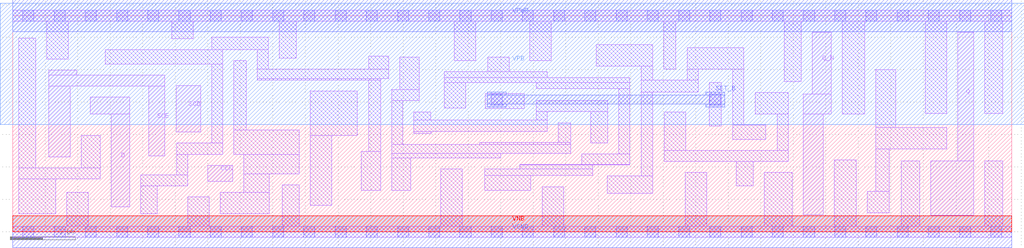
<source format=lef>
# Copyright 2020 The SkyWater PDK Authors
#
# Licensed under the Apache License, Version 2.0 (the "License");
# you may not use this file except in compliance with the License.
# You may obtain a copy of the License at
#
#     https://www.apache.org/licenses/LICENSE-2.0
#
# Unless required by applicable law or agreed to in writing, software
# distributed under the License is distributed on an "AS IS" BASIS,
# WITHOUT WARRANTIES OR CONDITIONS OF ANY KIND, either express or implied.
# See the License for the specific language governing permissions and
# limitations under the License.
#
# SPDX-License-Identifier: Apache-2.0

VERSION 5.7 ;
  NOWIREEXTENSIONATPIN ON ;
  DIVIDERCHAR "/" ;
  BUSBITCHARS "[]" ;
MACRO sky130_fd_sc_lp__sdfsbp_2
  CLASS CORE ;
  FOREIGN sky130_fd_sc_lp__sdfsbp_2 ;
  ORIGIN  0.000000  0.000000 ;
  SIZE  15.36000 BY  3.330000 ;
  SYMMETRY X Y R90 ;
  SITE unit ;
  PIN D
    ANTENNAGATEAREA  0.159000 ;
    DIRECTION INPUT ;
    USE SIGNAL ;
    PORT
      LAYER li1 ;
        RECT 1.190000 1.815000 1.800000 2.075000 ;
        RECT 1.515000 0.385000 1.800000 1.815000 ;
    END
  END D
  PIN Q
    ANTENNADIFFAREA  0.898800 ;
    DIRECTION OUTPUT ;
    USE SIGNAL ;
    PORT
      LAYER li1 ;
        RECT 14.110000 0.255000 14.775000 1.095000 ;
        RECT 14.525000 1.095000 14.775000 3.075000 ;
    END
  END Q
  PIN Q_N
    ANTENNADIFFAREA  0.588000 ;
    DIRECTION OUTPUT ;
    USE SIGNAL ;
    PORT
      LAYER li1 ;
        RECT 12.155000 0.265000 12.460000 1.815000 ;
        RECT 12.155000 1.815000 12.585000 2.120000 ;
        RECT 12.290000 2.120000 12.585000 3.075000 ;
    END
  END Q_N
  PIN SCD
    ANTENNAGATEAREA  0.159000 ;
    DIRECTION INPUT ;
    USE SIGNAL ;
    PORT
      LAYER li1 ;
        RECT 2.510000 1.535000 2.890000 2.250000 ;
    END
  END SCD
  PIN SCE
    ANTENNAGATEAREA  0.318000 ;
    DIRECTION INPUT ;
    USE SIGNAL ;
    PORT
      LAYER li1 ;
        RECT 0.555000 1.155000 0.885000 2.245000 ;
        RECT 0.555000 2.245000 2.340000 2.415000 ;
        RECT 0.555000 2.415000 0.985000 2.490000 ;
        RECT 2.090000 1.165000 2.340000 2.245000 ;
    END
  END SCE
  PIN SET_B
    ANTENNAGATEAREA  0.252000 ;
    DIRECTION INPUT ;
    USE SIGNAL ;
    PORT
      LAYER met1 ;
        RECT  7.295000 1.920000  7.585000 1.965000 ;
        RECT  7.295000 1.965000 10.945000 2.105000 ;
        RECT  7.295000 2.105000  7.585000 2.150000 ;
        RECT 10.655000 1.920000 10.945000 1.965000 ;
        RECT 10.655000 2.105000 10.945000 2.150000 ;
    END
  END SET_B
  PIN CLK
    ANTENNAGATEAREA  0.159000 ;
    DIRECTION INPUT ;
    USE CLOCK ;
    PORT
      LAYER li1 ;
        RECT 2.995000 0.775000 3.380000 1.025000 ;
    END
  END CLK
  PIN VGND
    DIRECTION INOUT ;
    USE GROUND ;
    PORT
      LAYER met1 ;
        RECT 0.000000 -0.245000 15.360000 0.245000 ;
    END
  END VGND
  PIN VNB
    DIRECTION INOUT ;
    USE GROUND ;
    PORT
      LAYER pwell ;
        RECT 0.000000 0.000000 15.360000 0.245000 ;
    END
  END VNB
  PIN VPB
    DIRECTION INOUT ;
    USE POWER ;
    PORT
      LAYER nwell ;
        RECT -0.190000 1.655000 15.550000 3.520000 ;
    END
  END VPB
  PIN VPWR
    DIRECTION INOUT ;
    USE POWER ;
    PORT
      LAYER met1 ;
        RECT 0.000000 3.085000 15.360000 3.575000 ;
    END
  END VPWR
  OBS
    LAYER li1 ;
      RECT  0.000000 -0.085000 15.360000 0.085000 ;
      RECT  0.000000  3.245000 15.360000 3.415000 ;
      RECT  0.095000  0.275000  0.660000 0.815000 ;
      RECT  0.095000  0.815000  1.345000 0.985000 ;
      RECT  0.095000  0.985000  0.355000 2.985000 ;
      RECT  0.525000  2.660000  0.855000 3.245000 ;
      RECT  0.830000  0.085000  1.160000 0.605000 ;
      RECT  1.055000  0.985000  1.345000 1.485000 ;
      RECT  1.425000  2.585000  3.230000 2.805000 ;
      RECT  1.970000  0.280000  2.220000 0.705000 ;
      RECT  1.970000  0.705000  2.690000 0.875000 ;
      RECT  2.445000  2.975000  2.775000 3.245000 ;
      RECT  2.520000  0.875000  2.690000 1.195000 ;
      RECT  2.520000  1.195000  3.230000 1.365000 ;
      RECT  2.690000  0.085000  3.020000 0.535000 ;
      RECT  3.060000  1.365000  3.230000 2.585000 ;
      RECT  3.060000  2.805000  3.930000 2.995000 ;
      RECT  3.190000  0.275000  3.940000 0.605000 ;
      RECT  3.400000  1.195000  4.405000 1.565000 ;
      RECT  3.400000  1.565000  3.590000 2.635000 ;
      RECT  3.550000  0.605000  3.940000 0.895000 ;
      RECT  3.550000  0.895000  4.405000 1.195000 ;
      RECT  3.760000  2.335000  5.655000 2.360000 ;
      RECT  3.760000  2.360000  5.780000 2.505000 ;
      RECT  3.760000  2.505000  3.930000 2.805000 ;
      RECT  4.100000  2.675000  4.360000 3.245000 ;
      RECT  4.145000  0.085000  4.405000 0.725000 ;
      RECT  4.575000  0.410000  4.905000 1.485000 ;
      RECT  4.575000  1.485000  5.295000 2.165000 ;
      RECT  5.360000  0.640000  5.655000 1.235000 ;
      RECT  5.475000  1.235000  5.655000 2.335000 ;
      RECT  5.475000  2.505000  5.780000 2.705000 ;
      RECT  5.825000  0.640000  6.120000 1.140000 ;
      RECT  5.825000  1.140000  7.505000 1.205000 ;
      RECT  5.825000  1.205000  8.575000 1.345000 ;
      RECT  5.825000  1.345000  5.995000 2.020000 ;
      RECT  5.825000  2.020000  6.250000 2.190000 ;
      RECT  5.950000  2.190000  6.250000 2.690000 ;
      RECT  6.165000  1.515000  6.430000 1.545000 ;
      RECT  6.165000  1.545000  8.215000 1.725000 ;
      RECT  6.165000  1.725000  6.425000 1.845000 ;
      RECT  6.580000  0.085000  6.910000 0.970000 ;
      RECT  6.635000  1.905000  6.965000 2.300000 ;
      RECT  6.635000  2.300000  9.485000 2.375000 ;
      RECT  6.635000  2.375000  8.215000 2.470000 ;
      RECT  6.790000  2.640000  7.120000 3.245000 ;
      RECT  7.175000  1.345000  8.575000 1.375000 ;
      RECT  7.255000  0.640000  7.960000 0.865000 ;
      RECT  7.255000  0.865000  8.915000 0.970000 ;
      RECT  7.265000  1.895000  7.865000 2.130000 ;
      RECT  7.300000  2.470000  7.630000 2.690000 ;
      RECT  7.790000  0.970000  8.915000 1.030000 ;
      RECT  7.790000  1.030000  9.485000 1.035000 ;
      RECT  7.950000  2.640000  8.280000 3.245000 ;
      RECT  8.045000  1.725000  8.215000 1.855000 ;
      RECT  8.045000  1.855000  9.145000 2.025000 ;
      RECT  8.045000  2.205000  9.485000 2.300000 ;
      RECT  8.140000  0.085000  8.470000 0.695000 ;
      RECT  8.385000  1.375000  8.575000 1.675000 ;
      RECT  8.745000  1.035000  9.485000 1.200000 ;
      RECT  8.885000  1.370000  9.145000 1.855000 ;
      RECT  8.970000  2.555000  9.835000 2.885000 ;
      RECT  9.135000  0.590000  9.835000 0.860000 ;
      RECT  9.315000  1.200000  9.485000 2.205000 ;
      RECT  9.665000  0.860000  9.835000 2.155000 ;
      RECT  9.665000  2.155000 10.535000 2.335000 ;
      RECT  9.665000  2.335000  9.835000 2.555000 ;
      RECT 10.005000  2.505000 10.195000 3.245000 ;
      RECT 10.015000  1.085000 11.925000 1.255000 ;
      RECT 10.015000  1.255000 10.345000 1.845000 ;
      RECT 10.340000  0.085000 10.670000 0.915000 ;
      RECT 10.365000  2.335000 10.535000 2.505000 ;
      RECT 10.365000  2.505000 11.235000 2.835000 ;
      RECT 10.705000  1.630000 10.895000 2.300000 ;
      RECT 11.065000  1.425000 11.575000 1.645000 ;
      RECT 11.065000  1.645000 11.235000 2.505000 ;
      RECT 11.120000  0.710000 11.380000 1.085000 ;
      RECT 11.415000  1.815000 11.925000 2.145000 ;
      RECT 11.550000  0.085000 11.985000 0.915000 ;
      RECT 11.755000  1.255000 11.925000 1.815000 ;
      RECT 11.860000  2.315000 12.120000 3.245000 ;
      RECT 12.630000  0.085000 12.965000 1.105000 ;
      RECT 12.755000  1.815000 13.095000 3.245000 ;
      RECT 13.135000  0.290000 13.475000 0.620000 ;
      RECT 13.265000  0.620000 13.475000 1.275000 ;
      RECT 13.265000  1.275000 14.355000 1.605000 ;
      RECT 13.265000  1.605000 13.575000 2.495000 ;
      RECT 13.655000  0.085000 13.940000 1.095000 ;
      RECT 14.025000  1.820000 14.355000 3.245000 ;
      RECT 14.945000  0.085000 15.215000 1.095000 ;
      RECT 14.945000  1.820000 15.215000 3.245000 ;
    LAYER mcon ;
      RECT  0.155000 -0.085000  0.325000 0.085000 ;
      RECT  0.155000  3.245000  0.325000 3.415000 ;
      RECT  0.635000 -0.085000  0.805000 0.085000 ;
      RECT  0.635000  3.245000  0.805000 3.415000 ;
      RECT  1.115000 -0.085000  1.285000 0.085000 ;
      RECT  1.115000  3.245000  1.285000 3.415000 ;
      RECT  1.595000 -0.085000  1.765000 0.085000 ;
      RECT  1.595000  3.245000  1.765000 3.415000 ;
      RECT  2.075000 -0.085000  2.245000 0.085000 ;
      RECT  2.075000  3.245000  2.245000 3.415000 ;
      RECT  2.555000 -0.085000  2.725000 0.085000 ;
      RECT  2.555000  3.245000  2.725000 3.415000 ;
      RECT  3.035000 -0.085000  3.205000 0.085000 ;
      RECT  3.035000  3.245000  3.205000 3.415000 ;
      RECT  3.515000 -0.085000  3.685000 0.085000 ;
      RECT  3.515000  3.245000  3.685000 3.415000 ;
      RECT  3.995000 -0.085000  4.165000 0.085000 ;
      RECT  3.995000  3.245000  4.165000 3.415000 ;
      RECT  4.475000 -0.085000  4.645000 0.085000 ;
      RECT  4.475000  3.245000  4.645000 3.415000 ;
      RECT  4.955000 -0.085000  5.125000 0.085000 ;
      RECT  4.955000  3.245000  5.125000 3.415000 ;
      RECT  5.435000 -0.085000  5.605000 0.085000 ;
      RECT  5.435000  3.245000  5.605000 3.415000 ;
      RECT  5.915000 -0.085000  6.085000 0.085000 ;
      RECT  5.915000  3.245000  6.085000 3.415000 ;
      RECT  6.395000 -0.085000  6.565000 0.085000 ;
      RECT  6.395000  3.245000  6.565000 3.415000 ;
      RECT  6.875000 -0.085000  7.045000 0.085000 ;
      RECT  6.875000  3.245000  7.045000 3.415000 ;
      RECT  7.355000 -0.085000  7.525000 0.085000 ;
      RECT  7.355000  1.950000  7.525000 2.120000 ;
      RECT  7.355000  3.245000  7.525000 3.415000 ;
      RECT  7.835000 -0.085000  8.005000 0.085000 ;
      RECT  7.835000  3.245000  8.005000 3.415000 ;
      RECT  8.315000 -0.085000  8.485000 0.085000 ;
      RECT  8.315000  3.245000  8.485000 3.415000 ;
      RECT  8.795000 -0.085000  8.965000 0.085000 ;
      RECT  8.795000  3.245000  8.965000 3.415000 ;
      RECT  9.275000 -0.085000  9.445000 0.085000 ;
      RECT  9.275000  3.245000  9.445000 3.415000 ;
      RECT  9.755000 -0.085000  9.925000 0.085000 ;
      RECT  9.755000  3.245000  9.925000 3.415000 ;
      RECT 10.235000 -0.085000 10.405000 0.085000 ;
      RECT 10.235000  3.245000 10.405000 3.415000 ;
      RECT 10.715000 -0.085000 10.885000 0.085000 ;
      RECT 10.715000  1.950000 10.885000 2.120000 ;
      RECT 10.715000  3.245000 10.885000 3.415000 ;
      RECT 11.195000 -0.085000 11.365000 0.085000 ;
      RECT 11.195000  3.245000 11.365000 3.415000 ;
      RECT 11.675000 -0.085000 11.845000 0.085000 ;
      RECT 11.675000  3.245000 11.845000 3.415000 ;
      RECT 12.155000 -0.085000 12.325000 0.085000 ;
      RECT 12.155000  3.245000 12.325000 3.415000 ;
      RECT 12.635000 -0.085000 12.805000 0.085000 ;
      RECT 12.635000  3.245000 12.805000 3.415000 ;
      RECT 13.115000 -0.085000 13.285000 0.085000 ;
      RECT 13.115000  3.245000 13.285000 3.415000 ;
      RECT 13.595000 -0.085000 13.765000 0.085000 ;
      RECT 13.595000  3.245000 13.765000 3.415000 ;
      RECT 14.075000 -0.085000 14.245000 0.085000 ;
      RECT 14.075000  3.245000 14.245000 3.415000 ;
      RECT 14.555000 -0.085000 14.725000 0.085000 ;
      RECT 14.555000  3.245000 14.725000 3.415000 ;
      RECT 15.035000 -0.085000 15.205000 0.085000 ;
      RECT 15.035000  3.245000 15.205000 3.415000 ;
  END
END sky130_fd_sc_lp__sdfsbp_2
END LIBRARY

</source>
